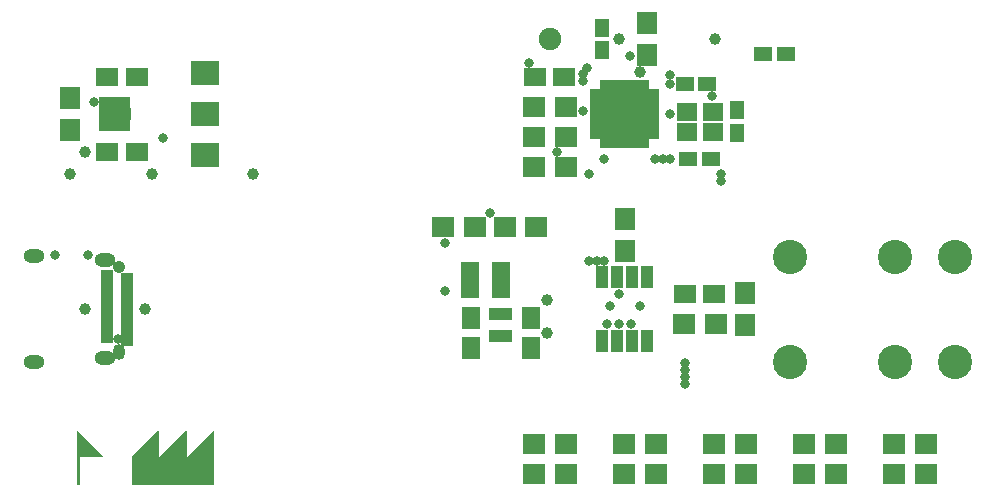
<source format=gbr>
G04 #@! TF.FileFunction,Soldermask,Top*
%FSLAX46Y46*%
G04 Gerber Fmt 4.6, Leading zero omitted, Abs format (unit mm)*
G04 Created by KiCad (PCBNEW 4.0.7) date 04/10/18 20:11:53*
%MOMM*%
%LPD*%
G01*
G04 APERTURE LIST*
%ADD10C,0.100000*%
%ADD11R,1.900000X1.650000*%
%ADD12R,2.400000X2.100000*%
%ADD13R,1.650000X1.900000*%
%ADD14R,1.150000X1.600000*%
%ADD15R,1.600000X1.150000*%
%ADD16R,1.900000X1.700000*%
%ADD17O,1.800000X1.200000*%
%ADD18R,1.100000X0.700000*%
%ADD19O,1.050000X1.350000*%
%ADD20C,1.050000*%
%ADD21C,2.900000*%
%ADD22R,1.600000X3.100000*%
%ADD23R,1.700000X1.900000*%
%ADD24R,0.650000X1.100000*%
%ADD25R,1.600000X1.040000*%
%ADD26R,1.000000X1.950000*%
%ADD27R,1.100000X0.650000*%
%ADD28R,2.125000X2.125000*%
%ADD29R,1.800000X1.600000*%
%ADD30R,0.800000X1.100000*%
%ADD31C,1.900000*%
%ADD32C,1.000000*%
%ADD33C,0.800000*%
G04 APERTURE END LIST*
D10*
D11*
X121265000Y-88265000D03*
X118765000Y-88265000D03*
D12*
X127000000Y-81590000D03*
X127000000Y-85090000D03*
X127000000Y-88590000D03*
D13*
X149523701Y-102353393D03*
X149523701Y-104853393D03*
D11*
X121265000Y-81915000D03*
X118765000Y-81915000D03*
D13*
X154603701Y-102373393D03*
X154603701Y-104873393D03*
D14*
X172085000Y-84775000D03*
X172085000Y-86675000D03*
D15*
X167960000Y-88900000D03*
X169860000Y-88900000D03*
D11*
X167660000Y-100330000D03*
X170160000Y-100330000D03*
D15*
X169540000Y-82550000D03*
X167640000Y-82550000D03*
X176210000Y-80010000D03*
X174310000Y-80010000D03*
D11*
X157460000Y-81915000D03*
X154960000Y-81915000D03*
D14*
X160655000Y-79690000D03*
X160655000Y-77790000D03*
D16*
X154860000Y-115570000D03*
X157560000Y-115570000D03*
X162480000Y-115570000D03*
X165180000Y-115570000D03*
X170100000Y-115570000D03*
X172800000Y-115570000D03*
X177720000Y-115570000D03*
X180420000Y-115570000D03*
X185340000Y-115570000D03*
X188040000Y-115570000D03*
D17*
X118535000Y-97470000D03*
D18*
X120445000Y-98850000D03*
X120445000Y-99350000D03*
X120445000Y-99850000D03*
X120445000Y-100350000D03*
X120445000Y-100850000D03*
X120445000Y-101350000D03*
X120445000Y-101850000D03*
X120445000Y-104350000D03*
X120445000Y-103350000D03*
X120445000Y-102850000D03*
X120445000Y-102350000D03*
X120445000Y-103850000D03*
X118745000Y-104100000D03*
D17*
X118535000Y-105730000D03*
X112585000Y-106090000D03*
X112585000Y-97110000D03*
D19*
X119785000Y-105200000D03*
D20*
X119785000Y-98000000D03*
D18*
X118745000Y-103600000D03*
X118745000Y-103100000D03*
X118745000Y-102600000D03*
X118745000Y-102100000D03*
X118745000Y-101600000D03*
X118745000Y-101100000D03*
X118745000Y-100600000D03*
X118745000Y-100100000D03*
X118745000Y-99600000D03*
X118745000Y-99100000D03*
X118745000Y-98600000D03*
D21*
X176530000Y-106045000D03*
X185420000Y-97155000D03*
X185420000Y-106045000D03*
X190500000Y-106045000D03*
X190500000Y-97155000D03*
D22*
X152093701Y-99158393D03*
X149493701Y-99158393D03*
D23*
X115570000Y-86440000D03*
X115570000Y-83740000D03*
D16*
X149860000Y-94615000D03*
X147160000Y-94615000D03*
X152400000Y-94615000D03*
X155100000Y-94615000D03*
X170260000Y-102870000D03*
X167560000Y-102870000D03*
D23*
X172720000Y-102950000D03*
X172720000Y-100250000D03*
X164465000Y-77390000D03*
X164465000Y-80090000D03*
X162560000Y-96680000D03*
X162560000Y-93980000D03*
D16*
X154860000Y-113030000D03*
X157560000Y-113030000D03*
X162480000Y-113030000D03*
X165180000Y-113030000D03*
X170100000Y-113030000D03*
X172800000Y-113030000D03*
X177720000Y-113030000D03*
X180420000Y-113030000D03*
X185340000Y-113030000D03*
X188040000Y-113030000D03*
X157560000Y-86995000D03*
X154860000Y-86995000D03*
X157560000Y-89535000D03*
X154860000Y-89535000D03*
X157560000Y-84455000D03*
X154860000Y-84455000D03*
D24*
X120380000Y-84192881D03*
X119880000Y-84192881D03*
X119380000Y-84192881D03*
X118880000Y-84192881D03*
X118380000Y-84192881D03*
X118380000Y-86042881D03*
X118880000Y-86042881D03*
X119380000Y-86042881D03*
X119880000Y-86042881D03*
X120380000Y-86042881D03*
D25*
X118780000Y-85117881D03*
X119980000Y-85117881D03*
D26*
X160655000Y-104300000D03*
X161925000Y-104300000D03*
X163195000Y-104300000D03*
X164465000Y-104300000D03*
X164465000Y-98900000D03*
X163195000Y-98900000D03*
X161925000Y-98900000D03*
X160655000Y-98900000D03*
D24*
X164310000Y-82690000D03*
X163810000Y-82690000D03*
X163310000Y-82690000D03*
X162810000Y-82690000D03*
X162310000Y-82690000D03*
X161810000Y-82690000D03*
X161310000Y-82690000D03*
X160810000Y-82690000D03*
D27*
X160160000Y-83340000D03*
X160160000Y-83840000D03*
X160160000Y-84340000D03*
X160160000Y-84840000D03*
X160160000Y-85340000D03*
X160160000Y-85840000D03*
X160160000Y-86340000D03*
X160160000Y-86840000D03*
D24*
X160810000Y-87490000D03*
X161310000Y-87490000D03*
X161810000Y-87490000D03*
X162310000Y-87490000D03*
X162810000Y-87490000D03*
X163310000Y-87490000D03*
X163810000Y-87490000D03*
X164310000Y-87490000D03*
D27*
X164960000Y-86840000D03*
X164960000Y-86340000D03*
X164960000Y-85840000D03*
X164960000Y-85340000D03*
X164960000Y-84840000D03*
X164960000Y-84340000D03*
X164960000Y-83840000D03*
X164960000Y-83340000D03*
D28*
X161697500Y-85952500D03*
X163422500Y-85952500D03*
X161697500Y-84227500D03*
X163422500Y-84227500D03*
D29*
X170010000Y-84875000D03*
X167810000Y-84875000D03*
X167810000Y-86575000D03*
X170010000Y-86575000D03*
D30*
X151413701Y-103918393D03*
X152063701Y-103918393D03*
X152713701Y-103918393D03*
X152713701Y-102018393D03*
X151413701Y-102018393D03*
X152063701Y-102018393D03*
D21*
X176530000Y-97155000D03*
D31*
X156210000Y-78740000D03*
D32*
X116840000Y-88265000D03*
X115570000Y-90170000D03*
X162052000Y-78739926D03*
X161697500Y-85952500D03*
X163422500Y-85952500D03*
X163422500Y-84227500D03*
X161697500Y-84227500D03*
X155956000Y-103632000D03*
X155956000Y-100838000D03*
X121920000Y-101600000D03*
X116840000Y-101600000D03*
D33*
X159512000Y-90170000D03*
X160782000Y-88900000D03*
X147320000Y-96012090D03*
D32*
X131064000Y-90170000D03*
D33*
X147320000Y-100076000D03*
D32*
X122555000Y-90170000D03*
D33*
X169926000Y-83566000D03*
X166370000Y-85090000D03*
X166370000Y-88900000D03*
X166370000Y-81788000D03*
D32*
X170180000Y-78740000D03*
X163830000Y-81534000D03*
D33*
X117602000Y-84074000D03*
X123444000Y-87122000D03*
X117094000Y-97028000D03*
X114300000Y-97028000D03*
X170688000Y-90170000D03*
X165769997Y-88900000D03*
X170688000Y-90770003D03*
X165100000Y-88900000D03*
X154432000Y-80772000D03*
X156863761Y-88259937D03*
X159371432Y-81201536D03*
X151130000Y-93472000D03*
X162985053Y-80199495D03*
X166370000Y-82550000D03*
X159004118Y-81695977D03*
X167640000Y-107972069D03*
X159004000Y-82295978D03*
X167640000Y-107372056D03*
X167640000Y-106772043D03*
X159004000Y-84836000D03*
X167640000Y-106171936D03*
X159512000Y-97536000D03*
X161290000Y-101346000D03*
X161036000Y-102870000D03*
X163830000Y-101346000D03*
X162052000Y-102870000D03*
X163068000Y-102870000D03*
X160782000Y-97536000D03*
X162052000Y-100330000D03*
X160181997Y-97536000D03*
X119634000Y-104140000D03*
D10*
G36*
X125425000Y-114050000D02*
X125428939Y-114069453D01*
X125440136Y-114085840D01*
X125456827Y-114096581D01*
X125476381Y-114099981D01*
X125495718Y-114095506D01*
X125510162Y-114085548D01*
X127725000Y-111894784D01*
X127725000Y-116375000D01*
X120850000Y-116375000D01*
X120850000Y-114071030D01*
X123075000Y-111893880D01*
X123075000Y-114050000D01*
X123078939Y-114069453D01*
X123090136Y-114085840D01*
X123106827Y-114096581D01*
X123126381Y-114099981D01*
X123145718Y-114095506D01*
X123159777Y-114085924D01*
X125425000Y-111892995D01*
X125425000Y-114050000D01*
X125425000Y-114050000D01*
G37*
X125425000Y-114050000D02*
X125428939Y-114069453D01*
X125440136Y-114085840D01*
X125456827Y-114096581D01*
X125476381Y-114099981D01*
X125495718Y-114095506D01*
X125510162Y-114085548D01*
X127725000Y-111894784D01*
X127725000Y-116375000D01*
X120850000Y-116375000D01*
X120850000Y-114071030D01*
X123075000Y-111893880D01*
X123075000Y-114050000D01*
X123078939Y-114069453D01*
X123090136Y-114085840D01*
X123106827Y-114096581D01*
X123126381Y-114099981D01*
X123145718Y-114095506D01*
X123159777Y-114085924D01*
X125425000Y-111892995D01*
X125425000Y-114050000D01*
G36*
X118304290Y-114025000D02*
X116400000Y-114025000D01*
X116380547Y-114028939D01*
X116364160Y-114040136D01*
X116353419Y-114056827D01*
X116350000Y-114075000D01*
X116350000Y-116375000D01*
X116175000Y-116375000D01*
X116175000Y-111895710D01*
X118304290Y-114025000D01*
X118304290Y-114025000D01*
G37*
X118304290Y-114025000D02*
X116400000Y-114025000D01*
X116380547Y-114028939D01*
X116364160Y-114040136D01*
X116353419Y-114056827D01*
X116350000Y-114075000D01*
X116350000Y-116375000D01*
X116175000Y-116375000D01*
X116175000Y-111895710D01*
X118304290Y-114025000D01*
M02*

</source>
